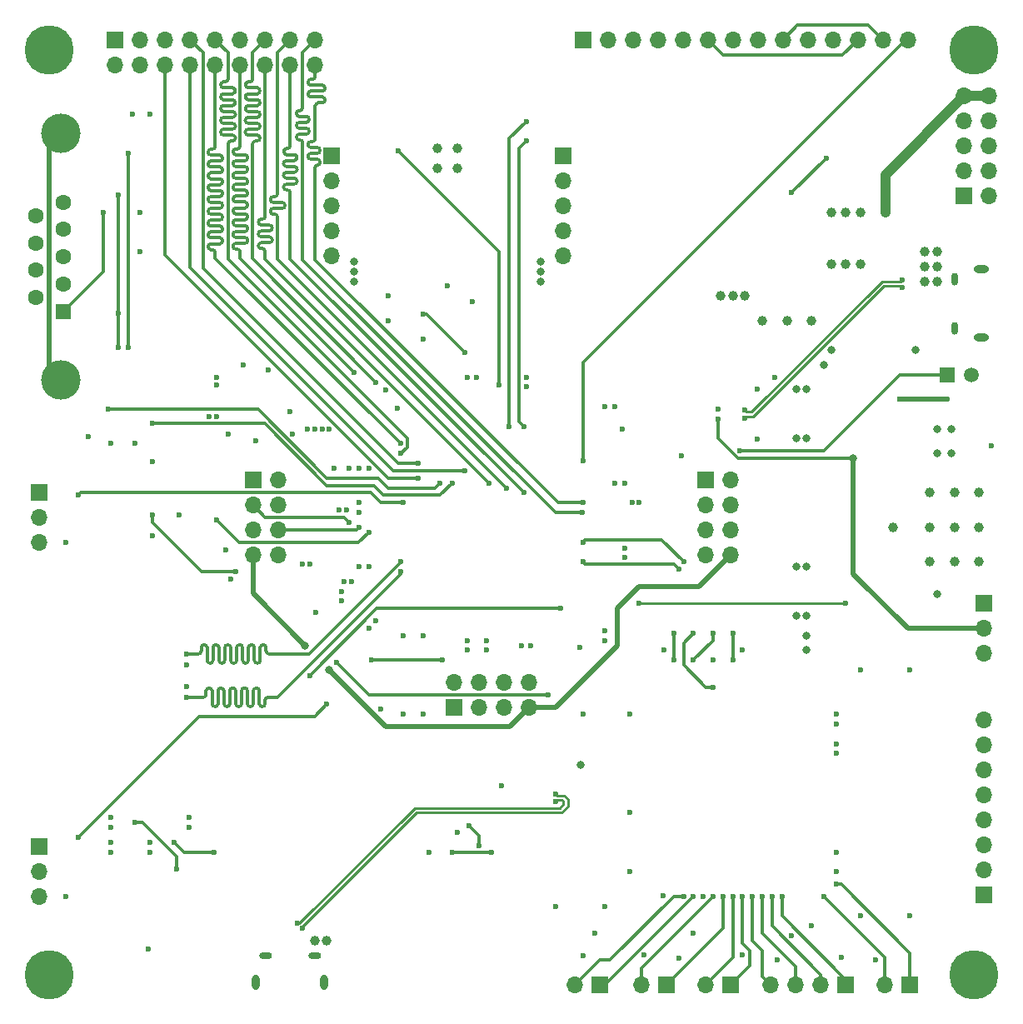
<source format=gbr>
%TF.GenerationSoftware,KiCad,Pcbnew,(6.0.0)*%
%TF.CreationDate,2022-01-12T18:34:34+03:00*%
%TF.ProjectId,UnderControl_V6,556e6465-7243-46f6-9e74-726f6c5f5636,1.6*%
%TF.SameCoordinates,Original*%
%TF.FileFunction,Copper,L4,Bot*%
%TF.FilePolarity,Positive*%
%FSLAX46Y46*%
G04 Gerber Fmt 4.6, Leading zero omitted, Abs format (unit mm)*
G04 Created by KiCad (PCBNEW (6.0.0)) date 2022-01-12 18:34:34*
%MOMM*%
%LPD*%
G01*
G04 APERTURE LIST*
%TA.AperFunction,ComponentPad*%
%ADD10O,1.700000X1.700000*%
%TD*%
%TA.AperFunction,ComponentPad*%
%ADD11R,1.700000X1.700000*%
%TD*%
%TA.AperFunction,ComponentPad*%
%ADD12C,1.600000*%
%TD*%
%TA.AperFunction,ComponentPad*%
%ADD13R,1.600000X1.600000*%
%TD*%
%TA.AperFunction,ComponentPad*%
%ADD14C,4.000000*%
%TD*%
%TA.AperFunction,ComponentPad*%
%ADD15O,0.650000X1.300000*%
%TD*%
%TA.AperFunction,ComponentPad*%
%ADD16O,1.550000X0.775000*%
%TD*%
%TA.AperFunction,ComponentPad*%
%ADD17C,0.800000*%
%TD*%
%TA.AperFunction,ComponentPad*%
%ADD18C,5.000000*%
%TD*%
%TA.AperFunction,ComponentPad*%
%ADD19O,1.300000X0.650000*%
%TD*%
%TA.AperFunction,ComponentPad*%
%ADD20O,0.775000X1.550000*%
%TD*%
%TA.AperFunction,ComponentPad*%
%ADD21R,1.508000X1.508000*%
%TD*%
%TA.AperFunction,ComponentPad*%
%ADD22C,1.508000*%
%TD*%
%TA.AperFunction,ViaPad*%
%ADD23C,0.600000*%
%TD*%
%TA.AperFunction,ViaPad*%
%ADD24C,0.800000*%
%TD*%
%TA.AperFunction,ViaPad*%
%ADD25C,1.000000*%
%TD*%
%TA.AperFunction,Conductor*%
%ADD26C,0.293370*%
%TD*%
%TA.AperFunction,Conductor*%
%ADD27C,0.500000*%
%TD*%
%TA.AperFunction,Conductor*%
%ADD28C,0.300000*%
%TD*%
%TA.AperFunction,Conductor*%
%ADD29C,1.000000*%
%TD*%
%TA.AperFunction,Conductor*%
%ADD30C,0.261110*%
%TD*%
G04 APERTURE END LIST*
D10*
%TO.P,J27,8,Pin_8*%
%TO.N,GND*%
X103320000Y-119735000D03*
%TO.P,J27,7,Pin_7*%
%TO.N,+5V*%
X103320000Y-122275000D03*
%TO.P,J27,6,Pin_6*%
%TO.N,PE11*%
X100780000Y-119735000D03*
%TO.P,J27,5,Pin_5*%
%TO.N,+3V3*%
X100780000Y-122275000D03*
%TO.P,J27,4,Pin_4*%
%TO.N,PE7*%
X98240000Y-119735000D03*
%TO.P,J27,3,Pin_3*%
%TO.N,PE8*%
X98240000Y-122275000D03*
%TO.P,J27,2,Pin_2*%
%TO.N,PG0*%
X95700000Y-119735000D03*
D11*
%TO.P,J27,1,Pin_1*%
%TO.N,PG1*%
X95700000Y-122275000D03*
%TD*%
D10*
%TO.P,J26,8,Pin_8*%
%TO.N,+5V*%
X123765000Y-106820000D03*
%TO.P,J26,7,Pin_7*%
%TO.N,GND*%
X121225000Y-106820000D03*
%TO.P,J26,6,Pin_6*%
%TO.N,+3V3*%
X123765000Y-104280000D03*
%TO.P,J26,5,Pin_5*%
%TO.N,PG2*%
X121225000Y-104280000D03*
%TO.P,J26,4,Pin_4*%
%TO.N,PG3*%
X123765000Y-101740000D03*
%TO.P,J26,3,Pin_3*%
%TO.N,PG4*%
X121225000Y-101740000D03*
%TO.P,J26,2,Pin_2*%
%TO.N,PG5*%
X123765000Y-99200000D03*
D11*
%TO.P,J26,1,Pin_1*%
%TO.N,PC9*%
X121225000Y-99200000D03*
%TD*%
D10*
%TO.P,J25,8,Pin_8*%
%TO.N,GND*%
X77765000Y-106820000D03*
%TO.P,J25,7,Pin_7*%
%TO.N,+5V*%
X75225000Y-106820000D03*
%TO.P,J25,6,Pin_6*%
%TO.N,PF8*%
X77765000Y-104280000D03*
%TO.P,J25,5,Pin_5*%
%TO.N,+3V3*%
X75225000Y-104280000D03*
%TO.P,J25,4,Pin_4*%
%TO.N,PF4*%
X77765000Y-101740000D03*
%TO.P,J25,3,Pin_3*%
%TO.N,PF7*%
X75225000Y-101740000D03*
%TO.P,J25,2,Pin_2*%
%TO.N,PF2*%
X77765000Y-99200000D03*
D11*
%TO.P,J25,1,Pin_1*%
%TO.N,PF3*%
X75225000Y-99200000D03*
%TD*%
D10*
%TO.P,J24,3,C*%
%TO.N,GND*%
X53500000Y-141555000D03*
%TO.P,J24,2,B*%
%TO.N,/BOOT_GPIO/BOOT1_L*%
X53500000Y-139015000D03*
D11*
%TO.P,J24,1,A*%
%TO.N,+3V3*%
X53500000Y-136475000D03*
%TD*%
%TO.P,J23,1,A*%
%TO.N,+3V3*%
X53500000Y-100460000D03*
D10*
%TO.P,J23,2,B*%
%TO.N,/BOOT_GPIO/BOOT0_L*%
X53500000Y-103000000D03*
%TO.P,J23,3,C*%
%TO.N,GND*%
X53500000Y-105540000D03*
%TD*%
%TO.P,J10,2,Pin_2*%
%TO.N,/SIM_ADC_P1*%
X139460000Y-150500000D03*
D11*
%TO.P,J10,1,Pin_1*%
%TO.N,/SIM_ADC_P0*%
X142000000Y-150500000D03*
%TD*%
D10*
%TO.P,J12,3,Pin_3*%
%TO.N,GND*%
X149500000Y-116830000D03*
%TO.P,J12,2,Pin_2*%
%TO.N,+5V*%
X149500000Y-114290000D03*
D11*
%TO.P,J12,1,Pin_1*%
%TO.N,RF_Data*%
X149500000Y-111750000D03*
%TD*%
D10*
%TO.P,J13,5,Pin_5*%
%TO.N,Net-(J13-Pad5)*%
X106750000Y-76410000D03*
%TO.P,J13,4,Pin_4*%
%TO.N,Net-(J13-Pad4)*%
X106750000Y-73870000D03*
%TO.P,J13,3,Pin_3*%
%TO.N,Net-(J13-Pad3)*%
X106750000Y-71330000D03*
%TO.P,J13,2,Pin_2*%
%TO.N,Net-(J13-Pad2)*%
X106750000Y-68790000D03*
D11*
%TO.P,J13,1,Pin_1*%
%TO.N,Net-(J13-Pad1)*%
X106750000Y-66250000D03*
%TD*%
D12*
%TO.P,J15,9,9*%
%TO.N,unconnected-(J15-Pad9)*%
X53145000Y-72355000D03*
%TO.P,J15,8,8*%
%TO.N,unconnected-(J15-Pad8)*%
X53145000Y-75125000D03*
%TO.P,J15,7,7*%
%TO.N,OBD1_CANH*%
X53145000Y-77895000D03*
%TO.P,J15,6,6*%
%TO.N,unconnected-(J15-Pad6)*%
X53145000Y-80665000D03*
%TO.P,J15,5,5*%
%TO.N,OBD2_CANL*%
X55985000Y-70970000D03*
%TO.P,J15,4,4*%
%TO.N,unconnected-(J15-Pad4)*%
X55985000Y-73740000D03*
%TO.P,J15,3,3*%
%TO.N,OBD1_GND*%
X55985000Y-76510000D03*
%TO.P,J15,2,2*%
%TO.N,OBD1_CANL*%
X55985000Y-79280000D03*
D13*
%TO.P,J15,1,1*%
%TO.N,OBD2_GND*%
X55985000Y-82050000D03*
D14*
%TO.P,J15,0,PAD*%
%TO.N,unconnected-(J15-Pad0)*%
X55685000Y-89010000D03*
X55685000Y-64010000D03*
%TD*%
D10*
%TO.P,J16,18,Pin_18*%
%TO.N,DCMI_PWD*%
X81570000Y-57000000D03*
%TO.P,J16,17,Pin_17*%
%TO.N,DCMI_RST*%
X81570000Y-54460000D03*
%TO.P,J16,16,Pin_16*%
%TO.N,DCMI_D0*%
X79030000Y-57000000D03*
%TO.P,J16,15,Pin_15*%
%TO.N,DCMI_D1*%
X79030000Y-54460000D03*
%TO.P,J16,14,Pin_14*%
%TO.N,DCMI_D2*%
X76490000Y-57000000D03*
%TO.P,J16,13,Pin_13*%
%TO.N,DCMI_D3*%
X76490000Y-54460000D03*
%TO.P,J16,12,Pin_12*%
%TO.N,DCMI_D4*%
X73950000Y-57000000D03*
%TO.P,J16,11,Pin_11*%
%TO.N,DCMI_D5*%
X73950000Y-54460000D03*
%TO.P,J16,10,Pin_10*%
%TO.N,DCMI_D6*%
X71410000Y-57000000D03*
%TO.P,J16,9,Pin_9*%
%TO.N,DCMI_D7*%
X71410000Y-54460000D03*
%TO.P,J16,8,Pin_8*%
%TO.N,DCMI_XCLK*%
X68870000Y-57000000D03*
%TO.P,J16,7,Pin_7*%
%TO.N,DCMI_PCLK*%
X68870000Y-54460000D03*
%TO.P,J16,6,Pin_6*%
%TO.N,DCMI_HS*%
X66330000Y-57000000D03*
%TO.P,J16,5,Pin_5*%
%TO.N,DCMI_VS*%
X66330000Y-54460000D03*
%TO.P,J16,4,Pin_4*%
%TO.N,DCMI_SDA*%
X63790000Y-57000000D03*
%TO.P,J16,3,Pin_3*%
%TO.N,DCMI_SCL*%
X63790000Y-54460000D03*
%TO.P,J16,2,Pin_2*%
%TO.N,GND*%
X61250000Y-57000000D03*
D11*
%TO.P,J16,1,Pin_1*%
%TO.N,+3V3*%
X61250000Y-54460000D03*
%TD*%
D10*
%TO.P,J17,14,Pin_14*%
%TO.N,Touch_INT*%
X141770000Y-54460000D03*
%TO.P,J17,13,Pin_13*%
%TO.N,SPI3_MISO*%
X139230000Y-54460000D03*
%TO.P,J17,12,Pin_12*%
%TO.N,SPI3_MOSI*%
X136690000Y-54460000D03*
%TO.P,J17,11,Pin_11*%
%TO.N,SPI3_CS_Touch*%
X134150000Y-54460000D03*
%TO.P,J17,10,Pin_10*%
%TO.N,SPI3_SCK*%
X131610000Y-54460000D03*
%TO.P,J17,9,Pin_9*%
%TO.N,SPI3_MISO*%
X129070000Y-54460000D03*
%TO.P,J17,8,Pin_8*%
%TO.N,+3V3*%
X126530000Y-54460000D03*
%TO.P,J17,7,Pin_7*%
%TO.N,SPI3_SCK*%
X123990000Y-54460000D03*
%TO.P,J17,6,Pin_6*%
%TO.N,SPI3_MOSI*%
X121450000Y-54460000D03*
%TO.P,J17,5,Pin_5*%
%TO.N,LCD_DC*%
X118910000Y-54460000D03*
%TO.P,J17,4,Pin_4*%
%TO.N,LCD_RST*%
X116370000Y-54460000D03*
%TO.P,J17,3,Pin_3*%
%TO.N,SPI3_CS_LCD*%
X113830000Y-54460000D03*
%TO.P,J17,2,Pin_2*%
%TO.N,GND*%
X111290000Y-54460000D03*
D11*
%TO.P,J17,1,Pin_1*%
%TO.N,+3V3*%
X108750000Y-54460000D03*
%TD*%
%TO.P,J11,1,Pin_1*%
%TO.N,Net-(J11-Pad1)*%
X83250000Y-66250000D03*
D10*
%TO.P,J11,2,Pin_2*%
%TO.N,Net-(J11-Pad2)*%
X83250000Y-68790000D03*
%TO.P,J11,3,Pin_3*%
%TO.N,Net-(J11-Pad3)*%
X83250000Y-71330000D03*
%TO.P,J11,4,Pin_4*%
%TO.N,Net-(J11-Pad4)*%
X83250000Y-73870000D03*
%TO.P,J11,5,Pin_5*%
%TO.N,Net-(J11-Pad5)*%
X83250000Y-76410000D03*
%TD*%
D11*
%TO.P,J3,1,Pin_1*%
%TO.N,/SIM_PCM_P1*%
X135500000Y-150500000D03*
D10*
%TO.P,J3,2,Pin_2*%
%TO.N,/SIM_PCM_P2*%
X132960000Y-150500000D03*
%TO.P,J3,3,Pin_3*%
%TO.N,/SIM_PCM_P3*%
X130420000Y-150500000D03*
%TO.P,J3,4,Pin_4*%
%TO.N,/SIM_PCM_P4*%
X127880000Y-150500000D03*
%TD*%
D11*
%TO.P,J1,1,Pin_1*%
%TO.N,/KBR3*%
X149475000Y-141375000D03*
D10*
%TO.P,J1,2,Pin_2*%
%TO.N,/KBR2*%
X149475000Y-138835000D03*
%TO.P,J1,3,Pin_3*%
%TO.N,/KBR1*%
X149475000Y-136295000D03*
%TO.P,J1,4,Pin_4*%
%TO.N,/KBR0*%
X149475000Y-133755000D03*
%TO.P,J1,5,Pin_5*%
%TO.N,/KBC3*%
X149475000Y-131215000D03*
%TO.P,J1,6,Pin_6*%
%TO.N,/KBC2*%
X149475000Y-128675000D03*
%TO.P,J1,7,Pin_7*%
%TO.N,/KBC1*%
X149475000Y-126135000D03*
%TO.P,J1,8,Pin_8*%
%TO.N,/KBC0*%
X149475000Y-123595000D03*
%TD*%
D11*
%TO.P,J4,1,Pin_1*%
%TO.N,/SIM_GPIO_P1*%
X123775000Y-150500000D03*
D10*
%TO.P,J4,2,Pin_2*%
%TO.N,/SIM_GPIO_P2*%
X121235000Y-150500000D03*
%TD*%
D11*
%TO.P,J5,1,Pin_1*%
%TO.N,/SIM_PWM_P1*%
X117275000Y-150500000D03*
D10*
%TO.P,J5,2,Pin_2*%
%TO.N,/SIM_PWM_P2*%
X114735000Y-150500000D03*
%TD*%
D11*
%TO.P,J9,1,Pin_1*%
%TO.N,unconnected-(J9-Pad1)*%
X147500000Y-70350000D03*
D10*
%TO.P,J9,2,Pin_2*%
%TO.N,/SWCLK_P*%
X150040000Y-70350000D03*
%TO.P,J9,3,Pin_3*%
%TO.N,unconnected-(J9-Pad3)*%
X147500000Y-67810000D03*
%TO.P,J9,4,Pin_4*%
%TO.N,/SWDIO_P*%
X150040000Y-67810000D03*
%TO.P,J9,5,Pin_5*%
%TO.N,GND*%
X147500000Y-65270000D03*
%TO.P,J9,6,Pin_6*%
X150040000Y-65270000D03*
%TO.P,J9,7,Pin_7*%
%TO.N,+3V3*%
X147500000Y-62730000D03*
%TO.P,J9,8,Pin_8*%
X150040000Y-62730000D03*
%TO.P,J9,9,Pin_9*%
%TO.N,+5V*%
X147500000Y-60190000D03*
%TO.P,J9,10,Pin_10*%
X150040000Y-60190000D03*
%TD*%
D15*
%TO.P,J8,S1,S1*%
%TO.N,unconnected-(J8-PadS1)*%
X146550000Y-83750000D03*
%TO.P,J8,S2,S2*%
%TO.N,unconnected-(J8-PadS2)*%
X146550000Y-78750000D03*
D16*
%TO.P,J8,S3,S3*%
%TO.N,unconnected-(J8-PadS3)*%
X149250000Y-84750000D03*
%TO.P,J8,S6,S6*%
%TO.N,unconnected-(J8-PadS6)*%
X149250000Y-77750000D03*
%TD*%
D17*
%TO.P,H1,1,1*%
%TO.N,GND*%
X147174175Y-148174175D03*
X148500000Y-147625000D03*
X150375000Y-149500000D03*
X147174175Y-150825825D03*
X149825825Y-150825825D03*
D18*
X148500000Y-149500000D03*
D17*
X148500000Y-151375000D03*
X149825825Y-148174175D03*
X146625000Y-149500000D03*
%TD*%
D11*
%TO.P,J6,1,Pin_1*%
%TO.N,/SIM_I2C_P1*%
X110500000Y-150500000D03*
D10*
%TO.P,J6,2,Pin_2*%
%TO.N,/SIM_I2C_P2*%
X107960000Y-150500000D03*
%TD*%
D17*
%TO.P,H3,1,1*%
%TO.N,GND*%
X54500000Y-151375000D03*
X52625000Y-149500000D03*
X54500000Y-147625000D03*
X56375000Y-149500000D03*
X53174175Y-148174175D03*
X55825825Y-150825825D03*
X53174175Y-150825825D03*
X55825825Y-148174175D03*
D18*
X54500000Y-149500000D03*
%TD*%
D17*
%TO.P,H4,1,1*%
%TO.N,GND*%
X54500000Y-53625000D03*
X53174175Y-54174175D03*
X53174175Y-56825825D03*
X56375000Y-55500000D03*
D18*
X54500000Y-55500000D03*
D17*
X55825825Y-56825825D03*
X52625000Y-55500000D03*
X54500000Y-57375000D03*
X55825825Y-54174175D03*
%TD*%
D19*
%TO.P,J7,S1,S1*%
%TO.N,unconnected-(J7-PadS1)*%
X76500000Y-147550000D03*
%TO.P,J7,S2,S2*%
%TO.N,unconnected-(J7-PadS2)*%
X81500000Y-147550000D03*
D20*
%TO.P,J7,S3,S3*%
%TO.N,unconnected-(J7-PadS3)*%
X75500000Y-150250000D03*
%TO.P,J7,S6,S6*%
%TO.N,unconnected-(J7-PadS6)*%
X82500000Y-150250000D03*
%TD*%
D21*
%TO.P,J2,1,Pin_1*%
%TO.N,+BATT*%
X145750000Y-88500000D03*
D22*
%TO.P,J2,2,Pin_2*%
%TO.N,GND*%
X148250000Y-88500000D03*
%TD*%
D17*
%TO.P,H2,1,1*%
%TO.N,GND*%
X150375000Y-55500000D03*
X148500000Y-53625000D03*
X149825825Y-56825825D03*
D18*
X148500000Y-55500000D03*
D17*
X149825825Y-54174175D03*
X148500000Y-57375000D03*
X146625000Y-55500000D03*
X147174175Y-56825825D03*
X147174175Y-54174175D03*
%TD*%
D23*
%TO.N,SPI2_MOSI*%
X68500000Y-121275000D03*
%TO.N,+3V3*%
X68500000Y-120175000D03*
%TO.N,GND*%
X68500000Y-117975000D03*
%TO.N,SPI2_MISO*%
X68500000Y-116875000D03*
%TO.N,GND*%
X117000000Y-116500000D03*
%TO.N,SIM_RXM*%
X118000000Y-114750000D03*
X118000000Y-117500000D03*
%TO.N,GND*%
X56212500Y-141500000D03*
X56212500Y-105500000D03*
%TO.N,/SIM_ADC_P0*%
X134500000Y-140250000D03*
%TO.N,/SIM_ADC_P1*%
X133250000Y-141500000D03*
%TO.N,/SIM_PCM_P1*%
X129000000Y-141500000D03*
%TO.N,/SIM_PCM_P2*%
X128000000Y-141500000D03*
%TO.N,/SIM_PCM_P3*%
X127000000Y-141500000D03*
%TO.N,/SIM_PCM_P4*%
X126000000Y-141500000D03*
%TO.N,/SIM_GPIO_P1*%
X125000000Y-141500000D03*
%TO.N,/SIM_GPIO_P2*%
X124000000Y-141500000D03*
%TO.N,/SIM_PWM_P1*%
X123000000Y-141500000D03*
%TO.N,/SIM_PWM_P2*%
X122000000Y-141500000D03*
%TO.N,/SIM_I2C_P1*%
X120000000Y-141500000D03*
%TO.N,/SIM_I2C_P2*%
X119000000Y-141500000D03*
%TO.N,+3V3*%
X138500000Y-148000000D03*
X128500000Y-148000000D03*
X118500000Y-147750000D03*
%TO.N,GND*%
X135000000Y-147700000D03*
X125000000Y-147450000D03*
X115000000Y-147450000D03*
X120000000Y-145250000D03*
X130000000Y-145500000D03*
X110000000Y-145250000D03*
D24*
X108500000Y-128120000D03*
X142600000Y-86000000D03*
D25*
%TO.N,+5V*%
X139500000Y-72000000D03*
D23*
X122500000Y-93000000D03*
D24*
X80500000Y-116000000D03*
X83000000Y-118500000D03*
D23*
X145750000Y-91000000D03*
D24*
X136250000Y-97000000D03*
D23*
X141000000Y-91000000D03*
%TO.N,GND*%
X89000000Y-80500000D03*
D25*
X146520000Y-100480000D03*
X140250000Y-104000000D03*
X144750000Y-76000000D03*
D23*
X137000000Y-143500000D03*
D24*
X131500000Y-113000000D03*
D23*
X64750000Y-137000000D03*
D25*
X144750000Y-79000000D03*
D23*
X142000000Y-143500000D03*
X116915734Y-141415734D03*
X113500000Y-133000000D03*
X134500000Y-126000000D03*
X122000000Y-117500000D03*
X74250000Y-87500000D03*
X71500000Y-92750000D03*
X63775000Y-76000000D03*
X85250000Y-109480000D03*
X114500000Y-101500000D03*
X121000000Y-141500000D03*
D24*
X104500000Y-78000000D03*
D23*
X79000000Y-92250000D03*
D25*
X143500000Y-79000000D03*
D24*
X130500000Y-108000000D03*
D23*
X60750000Y-137000000D03*
X137000000Y-118500000D03*
X93095000Y-137000000D03*
D25*
X96000000Y-65500000D03*
D23*
X100520000Y-130250000D03*
X80750000Y-94000000D03*
X63775000Y-72000000D03*
D25*
X144020000Y-107480000D03*
X125250000Y-80500000D03*
D23*
X64750000Y-136000000D03*
D25*
X135500000Y-77250000D03*
D23*
X134500000Y-139000000D03*
X81000000Y-107750000D03*
D25*
X144020000Y-100480000D03*
D23*
X111980000Y-91750000D03*
D24*
X146250000Y-96500000D03*
D23*
X84500000Y-109480000D03*
D24*
X131500000Y-95000000D03*
D23*
X68750000Y-133500000D03*
D25*
X144020000Y-103980000D03*
D24*
X144750000Y-94000000D03*
X146250000Y-94000000D03*
D23*
X60750000Y-134500000D03*
D25*
X143500000Y-77500000D03*
D23*
X113500000Y-123000000D03*
X108480000Y-116250000D03*
X126500000Y-95049500D03*
X88250000Y-122500000D03*
D24*
X133250000Y-87500000D03*
X144750000Y-110750000D03*
X144750000Y-96500000D03*
D25*
X137000000Y-77250000D03*
D23*
X68750000Y-134500000D03*
D25*
X146520000Y-103980000D03*
D23*
X142000000Y-118500000D03*
X134500000Y-123000000D03*
D25*
X143500000Y-76000000D03*
D23*
X58525000Y-94750000D03*
X97980000Y-88750000D03*
X134500000Y-127000000D03*
X118750000Y-96750000D03*
X60775000Y-95500000D03*
X113750000Y-101500000D03*
X84250000Y-110500000D03*
D24*
X131500000Y-116500000D03*
D23*
X108750000Y-123000000D03*
X125000000Y-116500000D03*
X70750000Y-92750000D03*
D25*
X149020000Y-100480000D03*
D23*
X73000000Y-109250000D03*
X134500000Y-137000000D03*
X87000000Y-114250000D03*
X72750000Y-94500000D03*
X112750000Y-94000000D03*
X60750000Y-133500000D03*
D25*
X146520000Y-107480000D03*
D23*
X97000000Y-116500000D03*
D24*
X130500000Y-95000000D03*
D25*
X134000000Y-77250000D03*
D23*
X83000000Y-94000000D03*
D25*
X81500000Y-146000000D03*
D23*
X88750000Y-90020000D03*
X132000000Y-144500000D03*
D24*
X130500000Y-90000000D03*
D23*
X84750000Y-102250000D03*
X80250000Y-107750000D03*
X60750000Y-136000000D03*
X97000000Y-115500000D03*
D24*
X131500000Y-108000000D03*
D25*
X94000000Y-67500000D03*
D23*
X122500000Y-92000000D03*
X90500000Y-115000000D03*
X87750000Y-113480000D03*
X84000000Y-102250000D03*
X92500000Y-123000000D03*
X111000000Y-115500000D03*
X113500000Y-139000000D03*
D24*
X104500000Y-79000000D03*
D23*
X81500000Y-94000000D03*
X82250000Y-94000000D03*
D24*
X104500000Y-77000000D03*
X130500000Y-113000000D03*
X131500000Y-90000000D03*
D25*
X149020000Y-103980000D03*
D23*
X96000000Y-135000000D03*
X97500000Y-81095000D03*
X67750000Y-102750000D03*
X134500000Y-124000000D03*
X150250000Y-95750000D03*
X65000000Y-104850000D03*
D25*
X94000000Y-65500000D03*
D23*
X72450000Y-106300000D03*
X111000000Y-142500000D03*
D25*
X96000000Y-67500000D03*
X122750000Y-80500000D03*
X144750000Y-77500000D03*
X149020000Y-107480000D03*
D23*
X64595000Y-146845000D03*
X86000000Y-101500000D03*
X106000000Y-142500000D03*
X84250000Y-111500000D03*
D24*
X131500000Y-115000000D03*
D23*
X65000000Y-97350000D03*
X126500000Y-89970500D03*
D24*
X134000000Y-86000000D03*
D23*
X103000000Y-89750000D03*
D25*
X82750000Y-146000000D03*
D23*
X113000000Y-107055000D03*
D25*
X124000000Y-80500000D03*
D23*
X102520000Y-116000000D03*
%TO.N,+3V3*%
X85000000Y-98000000D03*
X103000000Y-88750000D03*
X81603426Y-112651048D03*
D25*
X135500000Y-72000000D03*
D23*
X71500000Y-89500000D03*
X71500000Y-88750000D03*
X63000000Y-62000000D03*
X92500000Y-84905000D03*
X99000000Y-116500000D03*
X63275000Y-95500000D03*
X87000000Y-108000000D03*
X64750000Y-62000000D03*
X87000000Y-98000000D03*
X97020000Y-88750000D03*
X111020000Y-91750000D03*
X79250000Y-94500000D03*
X111000000Y-114520000D03*
X103480000Y-116000000D03*
X113000000Y-106095000D03*
X90500000Y-123000000D03*
X86000000Y-102500000D03*
D24*
X85500000Y-79000000D03*
D23*
X108750000Y-147500000D03*
X86000000Y-108000000D03*
D25*
X134000000Y-72000000D03*
D23*
X95000000Y-79500000D03*
D25*
X127000000Y-83000000D03*
D23*
X89000000Y-83000000D03*
D24*
X85500000Y-78000000D03*
D23*
X86000000Y-98000000D03*
X128250000Y-88750000D03*
D25*
X129500000Y-83000000D03*
D24*
X85500000Y-77000000D03*
D23*
X75500000Y-95250000D03*
D25*
X132000000Y-83000000D03*
D23*
X83500000Y-98000000D03*
X92500000Y-115000000D03*
X113000000Y-99500000D03*
X99000000Y-115500000D03*
X89900000Y-91900000D03*
X112000000Y-99500000D03*
X76750000Y-88000000D03*
D25*
X137000000Y-72000000D03*
D23*
%TO.N,NRST*%
X73500000Y-108500000D03*
X65000000Y-102750000D03*
%TO.N,/SIM_RST_Pro*%
X95500000Y-137000000D03*
X99500000Y-137000000D03*
%TO.N,Left*%
X67250000Y-136000000D03*
X71250000Y-137000000D03*
%TO.N,MIC1P*%
X63250000Y-134000000D03*
X67500000Y-138750000D03*
%TO.N,+BATT*%
X124750000Y-96250000D03*
%TO.N,SIM_USB_D-*%
X106000000Y-131901600D03*
X79716025Y-144216025D03*
%TO.N,SIM_USB_D+*%
X106000000Y-131098400D03*
X80283975Y-144783975D03*
%TO.N,USB_CONN_D-*%
X125201100Y-92901600D03*
X141250000Y-79651600D03*
%TO.N,USB_CONN_D+*%
X141250000Y-78848400D03*
X125201100Y-92098400D03*
%TO.N,SPI2_MOSI*%
X90250000Y-108500000D03*
%TO.N,SPI2_SCK*%
X81000000Y-119075000D03*
X106500000Y-112250000D03*
%TO.N,SPI2_MISO*%
X90250000Y-107500000D03*
%TO.N,OBD2_GND*%
X60025000Y-72000000D03*
%TO.N,DCMI_HS*%
X92000000Y-99000000D03*
%TO.N,DCMI_PCLK*%
X92000000Y-97500000D03*
%TO.N,DCMI_XCLK*%
X96750000Y-98250000D03*
%TO.N,DCMI_D7*%
X90250000Y-96500000D03*
%TO.N,DCMI_D6*%
X90250000Y-95500000D03*
%TO.N,DCMI_D4*%
X85500000Y-88250000D03*
%TO.N,DCMI_D3*%
X87750000Y-89250000D03*
%TO.N,DCMI_D2*%
X99250000Y-99500000D03*
%TO.N,DCMI_D1*%
X101000000Y-100000000D03*
%TO.N,DCMI_D0*%
X102750000Y-100500000D03*
%TO.N,DCMI_RST*%
X108733694Y-102500000D03*
%TO.N,DCMI_PWD*%
X108750000Y-101500000D03*
%TO.N,SPI1_SCK*%
X92500000Y-82365000D03*
X96750000Y-86250000D03*
%TO.N,/SIM_DATA_Pro*%
X98175000Y-136325000D03*
X97150000Y-134350000D03*
%TO.N,CAN_H*%
X61525000Y-70250000D03*
X61525000Y-85750000D03*
X61525000Y-82250000D03*
%TO.N,CAN_L*%
X62525000Y-85750000D03*
X62525000Y-66000000D03*
%TO.N,PWRKEY*%
X83750000Y-117750000D03*
X105250000Y-121000000D03*
%TO.N,SWDIO*%
X130000000Y-70000000D03*
X133500000Y-66500000D03*
%TO.N,BOOT0*%
X90500000Y-101500000D03*
X57500000Y-100750000D03*
%TO.N,SIM_RTSM*%
X120000000Y-117500000D03*
X122000000Y-114750000D03*
%TO.N,SIM_DTR*%
X119000000Y-107500000D03*
X108750000Y-105500000D03*
%TO.N,SIM_DTRM*%
X124000000Y-117500000D03*
X124000000Y-114750000D03*
%TO.N,SIM_DCDM*%
X122000000Y-120250000D03*
X120000000Y-114750000D03*
%TO.N,SIM_INT*%
X108750000Y-107500000D03*
X118500000Y-108250000D03*
%TO.N,WIFI_EN*%
X90000000Y-65750000D03*
X100250000Y-89500000D03*
%TO.N,WIFI_TX*%
X102750000Y-93750000D03*
X103000000Y-64750000D03*
%TO.N,WIFI_RX*%
X101250000Y-93750000D03*
X103000000Y-62750000D03*
%TO.N,RF_Data*%
X135500000Y-111750000D03*
X114500000Y-111750000D03*
%TO.N,Gyro_INT*%
X87000000Y-104500000D03*
X71500000Y-103250000D03*
%TO.N,Touch_INT*%
X108750000Y-97250000D03*
%TO.N,PF8*%
X86000000Y-104000000D03*
%TO.N,PF7*%
X85000000Y-103500000D03*
%TO.N,BOOT1*%
X82750000Y-122000000D03*
X94500000Y-117500000D03*
X87250000Y-117500000D03*
X57500000Y-135500000D03*
%TO.N,CAN_TX*%
X60525000Y-92000000D03*
X94250000Y-99500000D03*
%TO.N,CAN_RX*%
X65025000Y-93470000D03*
X95500000Y-99500000D03*
%TD*%
D26*
%TO.N,RF_Data*%
X135500000Y-111750000D02*
X114500000Y-111750000D01*
D27*
%TO.N,+5V*%
X112250000Y-112250000D02*
X112250000Y-116000000D01*
X114500000Y-110000000D02*
X112250000Y-112250000D01*
X112250000Y-116000000D02*
X105975000Y-122275000D01*
X120585000Y-110000000D02*
X114500000Y-110000000D01*
X123765000Y-106820000D02*
X120585000Y-110000000D01*
X105975000Y-122275000D02*
X103320000Y-122275000D01*
D28*
%TO.N,BOOT0*%
X87225000Y-100475000D02*
X57775000Y-100475000D01*
X88250000Y-101500000D02*
X87225000Y-100475000D01*
X57775000Y-100475000D02*
X57500000Y-100750000D01*
X90500000Y-101500000D02*
X88250000Y-101500000D01*
%TO.N,SPI2_MISO*%
X69675000Y-116875000D02*
X68500000Y-116875000D01*
%TO.N,SPI2_MOSI*%
X70175000Y-121275000D02*
X68500000Y-121275000D01*
%TO.N,SIM_DCDM*%
X119000000Y-118000000D02*
X121250000Y-120250000D01*
X119000000Y-115750000D02*
X119000000Y-118000000D01*
X121250000Y-120250000D02*
X122000000Y-120250000D01*
X120000000Y-114750000D02*
X119000000Y-115750000D01*
%TO.N,SIM_RXM*%
X118000000Y-114750000D02*
X118000000Y-117500000D01*
%TO.N,BOOT1*%
X69750000Y-123250000D02*
X57500000Y-135500000D01*
X81500000Y-123250000D02*
X69750000Y-123250000D01*
X82750000Y-122000000D02*
X81500000Y-123250000D01*
%TO.N,/SIM_ADC_P0*%
X142000000Y-147250000D02*
X142000000Y-150500000D01*
X135000000Y-140250000D02*
X142000000Y-147250000D01*
X134500000Y-140250000D02*
X135000000Y-140250000D01*
%TO.N,/SIM_ADC_P1*%
X139460000Y-147710000D02*
X139460000Y-150500000D01*
X133250000Y-141500000D02*
X139460000Y-147710000D01*
%TO.N,/SIM_I2C_P2*%
X110460000Y-148000000D02*
X107960000Y-150500000D01*
X111500000Y-148000000D02*
X110460000Y-148000000D01*
X118000000Y-141500000D02*
X111500000Y-148000000D01*
X119000000Y-141500000D02*
X118000000Y-141500000D01*
%TO.N,/SIM_PCM_P4*%
X127000000Y-147000000D02*
X127000000Y-149620000D01*
X127000000Y-149620000D02*
X127880000Y-150500000D01*
X126000000Y-146000000D02*
X127000000Y-147000000D01*
X126000000Y-141500000D02*
X126000000Y-146000000D01*
%TO.N,/SIM_PCM_P2*%
X132960000Y-149460000D02*
X132960000Y-150500000D01*
X128000000Y-144500000D02*
X132960000Y-149460000D01*
X128000000Y-141500000D02*
X128000000Y-144500000D01*
%TO.N,/SIM_PCM_P1*%
X129000000Y-143500000D02*
X135500000Y-150000000D01*
X135500000Y-150000000D02*
X135500000Y-150500000D01*
X129000000Y-141500000D02*
X129000000Y-143500000D01*
%TO.N,/SIM_PCM_P3*%
X130420000Y-148670000D02*
X130420000Y-150500000D01*
X127000000Y-145250000D02*
X130420000Y-148670000D01*
X127000000Y-141500000D02*
X127000000Y-145250000D01*
%TO.N,/SIM_GPIO_P1*%
X125750000Y-148525000D02*
X123775000Y-150500000D01*
X125750000Y-147000000D02*
X125750000Y-148525000D01*
X125000000Y-146250000D02*
X125750000Y-147000000D01*
X125000000Y-141500000D02*
X125000000Y-146250000D01*
%TO.N,/SIM_GPIO_P2*%
X124000000Y-147735000D02*
X121235000Y-150500000D01*
X124000000Y-141500000D02*
X124000000Y-147735000D01*
%TO.N,/SIM_PWM_P1*%
X123000000Y-144775000D02*
X117275000Y-150500000D01*
X123000000Y-141500000D02*
X123000000Y-144775000D01*
%TO.N,/SIM_PWM_P2*%
X122000000Y-141500000D02*
X114735000Y-148765000D01*
X114735000Y-148765000D02*
X114735000Y-150500000D01*
%TO.N,/SIM_I2C_P1*%
X111000000Y-150500000D02*
X110500000Y-150500000D01*
X120000000Y-141500000D02*
X111000000Y-150500000D01*
D27*
%TO.N,+5V*%
X75225000Y-110725000D02*
X80500000Y-116000000D01*
X101345000Y-124250000D02*
X103320000Y-122275000D01*
X83000000Y-118500000D02*
X88750000Y-124250000D01*
D29*
X139500000Y-68190000D02*
X147500000Y-60190000D01*
D27*
X75225000Y-106820000D02*
X75225000Y-110725000D01*
X141000000Y-91000000D02*
X145750000Y-91000000D01*
X149500000Y-114290000D02*
X141790000Y-114290000D01*
D28*
X122500000Y-93000000D02*
X122500000Y-95000000D01*
X124500000Y-97000000D02*
X136250000Y-97000000D01*
D29*
X147500000Y-60190000D02*
X150040000Y-60190000D01*
D27*
X141790000Y-114290000D02*
X136500000Y-109000000D01*
D28*
X122500000Y-95000000D02*
X124500000Y-97000000D01*
D27*
X88750000Y-124250000D02*
X101345000Y-124250000D01*
X136500000Y-109000000D02*
X136250000Y-108750000D01*
D29*
X139500000Y-72000000D02*
X139500000Y-68190000D01*
D27*
X136250000Y-108750000D02*
X136250000Y-97000000D01*
D28*
%TO.N,NRST*%
X65000000Y-102750000D02*
X65000000Y-103500000D01*
X70000000Y-108500000D02*
X73500000Y-108500000D01*
X65000000Y-103500000D02*
X70000000Y-108500000D01*
%TO.N,/SIM_RST_Pro*%
X99500000Y-137000000D02*
X95500000Y-137000000D01*
%TO.N,Left*%
X67250000Y-136000000D02*
X68250000Y-137000000D01*
X68250000Y-137000000D02*
X71250000Y-137000000D01*
%TO.N,MIC1P*%
X67500000Y-138750000D02*
X67500000Y-137500000D01*
X67500000Y-137500000D02*
X64000000Y-134000000D01*
X64000000Y-134000000D02*
X63250000Y-134000000D01*
%TO.N,+BATT*%
X133250000Y-96250000D02*
X141000000Y-88500000D01*
X124750000Y-96250000D02*
X133250000Y-96250000D01*
X141000000Y-88500000D02*
X145750000Y-88500000D01*
D30*
%TO.N,SIM_USB_D-*%
X106767845Y-131846163D02*
X106767845Y-132153837D01*
X106000000Y-131901600D02*
X106169445Y-131732155D01*
X91653838Y-132517845D02*
X79955658Y-144216025D01*
X106169445Y-131732155D02*
X106653837Y-131732155D01*
X106653837Y-131732155D02*
X106767845Y-131846163D01*
X106403837Y-132517845D02*
X91653838Y-132517845D01*
X106767845Y-132153837D02*
X106403837Y-132517845D01*
X79955658Y-144216025D02*
X79716025Y-144216025D01*
%TO.N,SIM_USB_D+*%
X106596163Y-132982155D02*
X91846162Y-132982155D01*
X107232155Y-132346163D02*
X106596163Y-132982155D01*
X106000000Y-131098400D02*
X106169445Y-131267845D01*
X80283975Y-144544342D02*
X80283975Y-144783975D01*
X91846162Y-132982155D02*
X80283975Y-144544342D01*
X106169445Y-131267845D02*
X106846163Y-131267845D01*
X106846163Y-131267845D02*
X107232155Y-131653837D01*
X107232155Y-131653837D02*
X107232155Y-132346163D01*
%TO.N,USB_CONN_D-*%
X125370545Y-92732155D02*
X126096163Y-92732155D01*
X139346163Y-79482155D02*
X141080555Y-79482155D01*
X141080555Y-79482155D02*
X141250000Y-79651600D01*
X125201100Y-92901600D02*
X125370545Y-92732155D01*
X126096163Y-92732155D02*
X139346163Y-79482155D01*
%TO.N,USB_CONN_D+*%
X139153837Y-79017845D02*
X141080555Y-79017845D01*
X125370545Y-92267845D02*
X125903837Y-92267845D01*
X125201100Y-92098400D02*
X125370545Y-92267845D01*
X141080555Y-79017845D02*
X141250000Y-78848400D01*
X125903837Y-92267845D02*
X139153837Y-79017845D01*
D28*
%TO.N,SPI2_MOSI*%
X71075000Y-121925435D02*
X71075000Y-120624565D01*
X90250000Y-108750000D02*
X77725000Y-121275000D01*
X73475000Y-121925435D02*
X73475000Y-120624565D01*
X74675000Y-121925435D02*
X74675000Y-120624565D01*
X75875000Y-121925435D02*
X75875000Y-120624565D01*
X74075000Y-120624565D02*
X74075000Y-121925435D01*
X70475000Y-120624565D02*
X70475000Y-120975000D01*
X77725000Y-121275000D02*
X76775000Y-121275000D01*
X90250000Y-108500000D02*
X90250000Y-108750000D01*
X72875000Y-120624565D02*
X72875000Y-121925435D01*
X76475000Y-121575000D02*
X76475000Y-121925435D01*
X75275000Y-120624565D02*
X75275000Y-121925435D01*
X71675000Y-120624565D02*
X71675000Y-121925435D01*
X72275000Y-121925435D02*
X72275000Y-120624565D01*
X75575000Y-120324565D02*
G75*
G02*
X75875000Y-120624565I0J-300000D01*
G01*
X73775000Y-122225435D02*
G75*
G03*
X74075000Y-121925435I0J300000D01*
G01*
X76475000Y-121575000D02*
G75*
G02*
X76775000Y-121275000I300000J0D01*
G01*
X71675000Y-120624565D02*
G75*
G02*
X71975000Y-120324565I300000J0D01*
G01*
X73475000Y-121925435D02*
G75*
G03*
X73775000Y-122225435I300000J0D01*
G01*
X75275000Y-120624565D02*
G75*
G02*
X75575000Y-120324565I300000J0D01*
G01*
X70475000Y-120624565D02*
G75*
G02*
X70775000Y-120324565I300000J0D01*
G01*
X71975000Y-120324565D02*
G75*
G02*
X72275000Y-120624565I0J-300000D01*
G01*
X73175000Y-120324565D02*
G75*
G02*
X73475000Y-120624565I0J-300000D01*
G01*
X70775000Y-120324565D02*
G75*
G02*
X71075000Y-120624565I0J-300000D01*
G01*
X75875000Y-121925435D02*
G75*
G03*
X76175000Y-122225435I300000J0D01*
G01*
X76175000Y-122225435D02*
G75*
G03*
X76475000Y-121925435I0J300000D01*
G01*
X74075000Y-120624565D02*
G75*
G02*
X74375000Y-120324565I300000J0D01*
G01*
X74375000Y-120324565D02*
G75*
G02*
X74675000Y-120624565I0J-300000D01*
G01*
X72275000Y-121925435D02*
G75*
G03*
X72575000Y-122225435I300000J0D01*
G01*
X74975000Y-122225435D02*
G75*
G03*
X75275000Y-121925435I0J300000D01*
G01*
X72875000Y-120624565D02*
G75*
G02*
X73175000Y-120324565I300000J0D01*
G01*
X71075000Y-121925435D02*
G75*
G03*
X71375000Y-122225435I300000J0D01*
G01*
X71375000Y-122225435D02*
G75*
G03*
X71675000Y-121925435I0J300000D01*
G01*
X74675000Y-121925435D02*
G75*
G03*
X74975000Y-122225435I300000J0D01*
G01*
X72575000Y-122225435D02*
G75*
G03*
X72875000Y-121925435I0J300000D01*
G01*
X70175000Y-121275000D02*
G75*
G03*
X70475000Y-120975000I0J300000D01*
G01*
%TO.N,SPI2_SCK*%
X81000000Y-119075000D02*
X87825000Y-112250000D01*
X87825000Y-112250000D02*
X106500000Y-112250000D01*
%TO.N,SPI2_MISO*%
X90250000Y-107500000D02*
X90250000Y-107581466D01*
X70575000Y-117519240D02*
X70575000Y-116230760D01*
X74775000Y-116230760D02*
X74775000Y-117519240D01*
X73575000Y-116230760D02*
X73575000Y-117519240D01*
X75375000Y-117519240D02*
X75375000Y-116230760D01*
X72975000Y-117519240D02*
X72975000Y-116230760D01*
X75975000Y-116230760D02*
X75975000Y-117519240D01*
X80956466Y-116875000D02*
X76875000Y-116875000D01*
X72375000Y-116230760D02*
X72375000Y-117519240D01*
X74175000Y-117519240D02*
X74175000Y-116230760D01*
X69975000Y-116230760D02*
X69975000Y-116575000D01*
X71775000Y-117519240D02*
X71775000Y-116230760D01*
X76575000Y-116575000D02*
X76575000Y-116230760D01*
X90250000Y-107581466D02*
X80956466Y-116875000D01*
X71175000Y-116230760D02*
X71175000Y-117519240D01*
X69675000Y-116875000D02*
G75*
G03*
X69975000Y-116575000I0J300000D01*
G01*
X75075000Y-115930760D02*
G75*
G02*
X75375000Y-116230760I0J-300000D01*
G01*
X74175000Y-117519240D02*
G75*
G03*
X74475000Y-117819240I300000J0D01*
G01*
X72975000Y-117519240D02*
G75*
G03*
X73275000Y-117819240I300000J0D01*
G01*
X71175000Y-116230760D02*
G75*
G02*
X71475000Y-115930760I300000J0D01*
G01*
X70575000Y-117519240D02*
G75*
G03*
X70875000Y-117819240I300000J0D01*
G01*
X69975000Y-116230760D02*
G75*
G02*
X70275000Y-115930760I300000J0D01*
G01*
X71475000Y-115930760D02*
G75*
G02*
X71775000Y-116230760I0J-300000D01*
G01*
X75375000Y-117519240D02*
G75*
G03*
X75675000Y-117819240I300000J0D01*
G01*
X72375000Y-116230760D02*
G75*
G02*
X72675000Y-115930760I300000J0D01*
G01*
X73275000Y-117819240D02*
G75*
G03*
X73575000Y-117519240I0J300000D01*
G01*
X75975000Y-116230760D02*
G75*
G02*
X76275000Y-115930760I300000J0D01*
G01*
X75675000Y-117819240D02*
G75*
G03*
X75975000Y-117519240I0J300000D01*
G01*
X72675000Y-115930760D02*
G75*
G02*
X72975000Y-116230760I0J-300000D01*
G01*
X76275000Y-115930760D02*
G75*
G02*
X76575000Y-116230760I0J-300000D01*
G01*
X73875000Y-115930760D02*
G75*
G02*
X74175000Y-116230760I0J-300000D01*
G01*
X74775000Y-116230760D02*
G75*
G02*
X75075000Y-115930760I300000J0D01*
G01*
X70875000Y-117819240D02*
G75*
G03*
X71175000Y-117519240I0J300000D01*
G01*
X74475000Y-117819240D02*
G75*
G03*
X74775000Y-117519240I0J300000D01*
G01*
X73575000Y-116230760D02*
G75*
G02*
X73875000Y-115930760I300000J0D01*
G01*
X76575000Y-116575000D02*
G75*
G03*
X76875000Y-116875000I300000J0D01*
G01*
X71775000Y-117519240D02*
G75*
G03*
X72075000Y-117819240I300000J0D01*
G01*
X70275000Y-115930760D02*
G75*
G02*
X70575000Y-116230760I0J-300000D01*
G01*
X72075000Y-117819240D02*
G75*
G03*
X72375000Y-117519240I0J300000D01*
G01*
%TO.N,OBD2_GND*%
X60025000Y-72000000D02*
X60025000Y-78010000D01*
X60025000Y-78010000D02*
X55985000Y-82050000D01*
%TO.N,DCMI_HS*%
X66330000Y-76330000D02*
X89000000Y-99000000D01*
X89000000Y-99000000D02*
X92000000Y-99000000D01*
X66330000Y-57000000D02*
X66330000Y-76330000D01*
%TO.N,DCMI_PCLK*%
X90000000Y-97500000D02*
X92000000Y-97500000D01*
X70150000Y-77650000D02*
X90000000Y-97500000D01*
X68870000Y-54460000D02*
X70150000Y-55740000D01*
X70150000Y-55740000D02*
X70150000Y-77650000D01*
%TO.N,DCMI_XCLK*%
X96750000Y-98250000D02*
X89500000Y-98250000D01*
X68870000Y-77620000D02*
X68870000Y-57000000D01*
X89500000Y-98250000D02*
X68870000Y-77620000D01*
%TO.N,DCMI_D7*%
X72250000Y-61150000D02*
X72700000Y-61150000D01*
X73150000Y-61750000D02*
X72700000Y-61750000D01*
X72700000Y-61150000D02*
X73150000Y-61150000D01*
X72250000Y-62350000D02*
X72700000Y-62350000D01*
X73150000Y-59350000D02*
X72700000Y-59350000D01*
X72700000Y-62350000D02*
X73150000Y-62350000D01*
X72700000Y-59950000D02*
X73150000Y-59950000D01*
X73150000Y-60550000D02*
X72700000Y-60550000D01*
X72700000Y-61750000D02*
X72250000Y-61750000D01*
X73000000Y-64750000D02*
X73150000Y-64750000D01*
X73150000Y-62950000D02*
X72700000Y-62950000D01*
X72700000Y-59350000D02*
X72250000Y-59350000D01*
X72700000Y-62950000D02*
X72250000Y-62950000D01*
X72250000Y-58750000D02*
X72400000Y-58750000D01*
X90250000Y-96500000D02*
X90899501Y-95850499D01*
X73000000Y-64150000D02*
X72250000Y-64150000D01*
X72700000Y-55750000D02*
X71410000Y-54460000D01*
X72700000Y-63550000D02*
X73150000Y-63550000D01*
X90899501Y-94940234D02*
X72700000Y-76740733D01*
X73150000Y-64150000D02*
X73000000Y-64150000D01*
X72700000Y-57650791D02*
X72700000Y-55750000D01*
X72250000Y-63550000D02*
X72700000Y-63550000D01*
X72700000Y-60550000D02*
X72250000Y-60550000D01*
X72700000Y-58450000D02*
X72700000Y-57650791D01*
X72250000Y-59950000D02*
X72700000Y-59950000D01*
X90899501Y-95850499D02*
X90899501Y-94940234D01*
X72700000Y-76740733D02*
X72700000Y-65050000D01*
X73450000Y-62050000D02*
G75*
G02*
X73150000Y-62350000I-300000J0D01*
G01*
X72250000Y-63550000D02*
G75*
G03*
X71950000Y-63850000I0J-300000D01*
G01*
X72250000Y-59950000D02*
G75*
G03*
X71950000Y-60250000I0J-300000D01*
G01*
X71950000Y-62650000D02*
G75*
G03*
X72250000Y-62950000I300000J0D01*
G01*
X73150000Y-62950000D02*
G75*
G02*
X73450000Y-63250000I0J-300000D01*
G01*
X71950000Y-59050000D02*
G75*
G03*
X72250000Y-59350000I300000J0D01*
G01*
X73150000Y-61750000D02*
G75*
G02*
X73450000Y-62050000I0J-300000D01*
G01*
X73450000Y-63250000D02*
G75*
G02*
X73150000Y-63550000I-300000J0D01*
G01*
X73000000Y-64750000D02*
G75*
G03*
X72700000Y-65050000I0J-300000D01*
G01*
X72250000Y-62350000D02*
G75*
G03*
X71950000Y-62650000I0J-300000D01*
G01*
X72250000Y-61150000D02*
G75*
G03*
X71950000Y-61450000I0J-300000D01*
G01*
X73150000Y-59350000D02*
G75*
G02*
X73450000Y-59650000I0J-300000D01*
G01*
X73150000Y-64150000D02*
G75*
G02*
X73450000Y-64450000I0J-300000D01*
G01*
X71950000Y-60250000D02*
G75*
G03*
X72250000Y-60550000I300000J0D01*
G01*
X73450000Y-60850000D02*
G75*
G02*
X73150000Y-61150000I-300000J0D01*
G01*
X71950000Y-63850000D02*
G75*
G03*
X72250000Y-64150000I300000J0D01*
G01*
X73450000Y-64450000D02*
G75*
G02*
X73150000Y-64750000I-300000J0D01*
G01*
X72250000Y-58750000D02*
G75*
G03*
X71950000Y-59050000I0J-300000D01*
G01*
X71950000Y-61450000D02*
G75*
G03*
X72250000Y-61750000I300000J0D01*
G01*
X73150000Y-60550000D02*
G75*
G02*
X73450000Y-60850000I0J-300000D01*
G01*
X73450000Y-59650000D02*
G75*
G02*
X73150000Y-59950000I-300000J0D01*
G01*
X72700000Y-58450000D02*
G75*
G02*
X72400000Y-58750000I-300000J0D01*
G01*
%TO.N,DCMI_D6*%
X71853547Y-70990000D02*
X71410000Y-70990000D01*
X71410000Y-73390000D02*
X70966453Y-73390000D01*
X71853547Y-69790000D02*
X71410000Y-69790000D01*
X70966453Y-71590000D02*
X71410000Y-71590000D01*
X71110000Y-75790000D02*
X70966453Y-75790000D01*
X71853547Y-72190000D02*
X71410000Y-72190000D01*
X71410000Y-72190000D02*
X70966453Y-72190000D01*
X71110000Y-75190000D02*
X71853547Y-75190000D01*
X70966453Y-75190000D02*
X71110000Y-75190000D01*
X71410000Y-65290000D02*
X71410000Y-63566467D01*
X71410000Y-70390000D02*
X71853547Y-70390000D01*
X71410000Y-73990000D02*
X71853547Y-73990000D01*
X71853547Y-68590000D02*
X71410000Y-68590000D01*
X71410000Y-67390000D02*
X70966453Y-67390000D01*
X71410000Y-66790000D02*
X71853547Y-66790000D01*
X71410000Y-63566467D02*
X71410000Y-57000000D01*
X70966453Y-67990000D02*
X71410000Y-67990000D01*
X71410000Y-68590000D02*
X70966453Y-68590000D01*
X71410000Y-74590000D02*
X70966453Y-74590000D01*
X70966453Y-73990000D02*
X71410000Y-73990000D01*
X90250000Y-95500000D02*
X71410000Y-76660000D01*
X70966453Y-70390000D02*
X71410000Y-70390000D01*
X70966453Y-69190000D02*
X71410000Y-69190000D01*
X71410000Y-71590000D02*
X71853547Y-71590000D01*
X71410000Y-66190000D02*
X70966453Y-66190000D01*
X71410000Y-72790000D02*
X71853547Y-72790000D01*
X70966453Y-66790000D02*
X71410000Y-66790000D01*
X71410000Y-70990000D02*
X70966453Y-70990000D01*
X71853547Y-74590000D02*
X71410000Y-74590000D01*
X71853547Y-67390000D02*
X71410000Y-67390000D01*
X70966453Y-72790000D02*
X71410000Y-72790000D01*
X71410000Y-69790000D02*
X70966453Y-69790000D01*
X70966453Y-65590000D02*
X71110000Y-65590000D01*
X71853547Y-66190000D02*
X71410000Y-66190000D01*
X71410000Y-76660000D02*
X71410000Y-76090000D01*
X71410000Y-67990000D02*
X71853547Y-67990000D01*
X71410000Y-69190000D02*
X71853547Y-69190000D01*
X71853547Y-73390000D02*
X71410000Y-73390000D01*
X72153547Y-73690000D02*
G75*
G02*
X71853547Y-73990000I-300000J0D01*
G01*
X70966453Y-66790000D02*
G75*
G03*
X70666453Y-67090000I0J-300000D01*
G01*
X70966453Y-70390000D02*
G75*
G03*
X70666453Y-70690000I0J-300000D01*
G01*
X72153547Y-72490000D02*
G75*
G02*
X71853547Y-72790000I-300000J0D01*
G01*
X70966453Y-73990000D02*
G75*
G03*
X70666453Y-74290000I0J-300000D01*
G01*
X70666453Y-68290000D02*
G75*
G03*
X70966453Y-68590000I300000J0D01*
G01*
X72153547Y-66490000D02*
G75*
G02*
X71853547Y-66790000I-300000J0D01*
G01*
X70666453Y-74290000D02*
G75*
G03*
X70966453Y-74590000I300000J0D01*
G01*
X71853547Y-66190000D02*
G75*
G02*
X72153547Y-66490000I0J-300000D01*
G01*
X71853547Y-68590000D02*
G75*
G02*
X72153547Y-68890000I0J-300000D01*
G01*
X70966453Y-75190000D02*
G75*
G03*
X70666453Y-75490000I0J-300000D01*
G01*
X72153547Y-74890000D02*
G75*
G02*
X71853547Y-75190000I-300000J0D01*
G01*
X71853547Y-73390000D02*
G75*
G02*
X72153547Y-73690000I0J-300000D01*
G01*
X70666453Y-71890000D02*
G75*
G03*
X70966453Y-72190000I300000J0D01*
G01*
X70666453Y-73090000D02*
G75*
G03*
X70966453Y-73390000I300000J0D01*
G01*
X70666453Y-69490000D02*
G75*
G03*
X70966453Y-69790000I300000J0D01*
G01*
X72153547Y-67690000D02*
G75*
G02*
X71853547Y-67990000I-300000J0D01*
G01*
X72153547Y-71290000D02*
G75*
G02*
X71853547Y-71590000I-300000J0D01*
G01*
X70666453Y-70690000D02*
G75*
G03*
X70966453Y-70990000I300000J0D01*
G01*
X70966453Y-69190000D02*
G75*
G03*
X70666453Y-69490000I0J-300000D01*
G01*
X71853547Y-70990000D02*
G75*
G02*
X72153547Y-71290000I0J-300000D01*
G01*
X71410000Y-65290000D02*
G75*
G02*
X71110000Y-65590000I-300000J0D01*
G01*
X71853547Y-69790000D02*
G75*
G02*
X72153547Y-70090000I0J-300000D01*
G01*
X71110000Y-75790000D02*
G75*
G02*
X71410000Y-76090000I0J-300000D01*
G01*
X71853547Y-67390000D02*
G75*
G02*
X72153547Y-67690000I0J-300000D01*
G01*
X70966453Y-67990000D02*
G75*
G03*
X70666453Y-68290000I0J-300000D01*
G01*
X70666453Y-67090000D02*
G75*
G03*
X70966453Y-67390000I300000J0D01*
G01*
X70966453Y-65590000D02*
G75*
G03*
X70666453Y-65890000I0J-300000D01*
G01*
X72153547Y-68890000D02*
G75*
G02*
X71853547Y-69190000I-300000J0D01*
G01*
X70666453Y-65890000D02*
G75*
G03*
X70966453Y-66190000I300000J0D01*
G01*
X71853547Y-74590000D02*
G75*
G02*
X72153547Y-74890000I0J-300000D01*
G01*
X70966453Y-72790000D02*
G75*
G03*
X70666453Y-73090000I0J-300000D01*
G01*
X72153547Y-70090000D02*
G75*
G02*
X71853547Y-70390000I-300000J0D01*
G01*
X70966453Y-71590000D02*
G75*
G03*
X70666453Y-71890000I0J-300000D01*
G01*
X70666453Y-75490000D02*
G75*
G03*
X70966453Y-75790000I300000J0D01*
G01*
X71853547Y-72190000D02*
G75*
G02*
X72153547Y-72490000I0J-300000D01*
G01*
%TO.N,DCMI_D4*%
X73950000Y-67950000D02*
X74400000Y-67950000D01*
X74400000Y-67350000D02*
X73950000Y-67350000D01*
X73950000Y-70950000D02*
X73500000Y-70950000D01*
X73500000Y-70350000D02*
X73950000Y-70350000D01*
X73950000Y-76700000D02*
X73950000Y-76050000D01*
X73500000Y-67950000D02*
X73950000Y-67950000D01*
X73950000Y-74550000D02*
X73500000Y-74550000D01*
X73950000Y-70350000D02*
X74400000Y-70350000D01*
X73950000Y-66150000D02*
X73500000Y-66150000D01*
X74400000Y-68550000D02*
X73950000Y-68550000D01*
X73500000Y-66750000D02*
X73950000Y-66750000D01*
X73500000Y-72750000D02*
X73950000Y-72750000D01*
X73950000Y-65250000D02*
X73950000Y-64823165D01*
X74400000Y-70950000D02*
X73950000Y-70950000D01*
X73500000Y-65550000D02*
X73650000Y-65550000D01*
X73950000Y-72150000D02*
X73500000Y-72150000D01*
X73950000Y-71550000D02*
X74400000Y-71550000D01*
X73950000Y-69150000D02*
X74400000Y-69150000D01*
X73950000Y-69750000D02*
X73500000Y-69750000D01*
X73500000Y-73950000D02*
X73950000Y-73950000D01*
X73650000Y-75750000D02*
X73500000Y-75750000D01*
X74400000Y-73350000D02*
X73950000Y-73350000D01*
X73950000Y-73950000D02*
X74400000Y-73950000D01*
X73500000Y-71550000D02*
X73950000Y-71550000D01*
X73500000Y-75150000D02*
X73650000Y-75150000D01*
X73950000Y-67350000D02*
X73500000Y-67350000D01*
X74400000Y-74550000D02*
X73950000Y-74550000D01*
X73950000Y-66750000D02*
X74400000Y-66750000D01*
X85500000Y-88250000D02*
X73950000Y-76700000D01*
X73950000Y-73350000D02*
X73500000Y-73350000D01*
X74400000Y-66150000D02*
X73950000Y-66150000D01*
X73950000Y-68550000D02*
X73500000Y-68550000D01*
X73650000Y-75150000D02*
X74400000Y-75150000D01*
X73500000Y-69150000D02*
X73950000Y-69150000D01*
X73950000Y-64823165D02*
X73950000Y-57000000D01*
X74400000Y-69750000D02*
X73950000Y-69750000D01*
X73950000Y-72750000D02*
X74400000Y-72750000D01*
X74400000Y-72150000D02*
X73950000Y-72150000D01*
X73200000Y-67050000D02*
G75*
G03*
X73500000Y-67350000I300000J0D01*
G01*
X74400000Y-70950000D02*
G75*
G02*
X74700000Y-71250000I0J-300000D01*
G01*
X73950000Y-65250000D02*
G75*
G02*
X73650000Y-65550000I-300000J0D01*
G01*
X74700000Y-67650000D02*
G75*
G02*
X74400000Y-67950000I-300000J0D01*
G01*
X74700000Y-68850000D02*
G75*
G02*
X74400000Y-69150000I-300000J0D01*
G01*
X74700000Y-74850000D02*
G75*
G02*
X74400000Y-75150000I-300000J0D01*
G01*
X74700000Y-73650000D02*
G75*
G02*
X74400000Y-73950000I-300000J0D01*
G01*
X74400000Y-68550000D02*
G75*
G02*
X74700000Y-68850000I0J-300000D01*
G01*
X73500000Y-72750000D02*
G75*
G03*
X73200000Y-73050000I0J-300000D01*
G01*
X74700000Y-71250000D02*
G75*
G02*
X74400000Y-71550000I-300000J0D01*
G01*
X73200000Y-71850000D02*
G75*
G03*
X73500000Y-72150000I300000J0D01*
G01*
X73200000Y-75450000D02*
G75*
G03*
X73500000Y-75750000I300000J0D01*
G01*
X74400000Y-72150000D02*
G75*
G02*
X74700000Y-72450000I0J-300000D01*
G01*
X73500000Y-75150000D02*
G75*
G03*
X73200000Y-75450000I0J-300000D01*
G01*
X74400000Y-69750000D02*
G75*
G02*
X74700000Y-70050000I0J-300000D01*
G01*
X74700000Y-66450000D02*
G75*
G02*
X74400000Y-66750000I-300000J0D01*
G01*
X73200000Y-65850000D02*
G75*
G03*
X73500000Y-66150000I300000J0D01*
G01*
X74400000Y-67350000D02*
G75*
G02*
X74700000Y-67650000I0J-300000D01*
G01*
X74400000Y-74550000D02*
G75*
G02*
X74700000Y-74850000I0J-300000D01*
G01*
X73200000Y-68250000D02*
G75*
G03*
X73500000Y-68550000I300000J0D01*
G01*
X74400000Y-73350000D02*
G75*
G02*
X74700000Y-73650000I0J-300000D01*
G01*
X73500000Y-66750000D02*
G75*
G03*
X73200000Y-67050000I0J-300000D01*
G01*
X73200000Y-73050000D02*
G75*
G03*
X73500000Y-73350000I300000J0D01*
G01*
X73200000Y-70650000D02*
G75*
G03*
X73500000Y-70950000I300000J0D01*
G01*
X73500000Y-73950000D02*
G75*
G03*
X73200000Y-74250000I0J-300000D01*
G01*
X73500000Y-69150000D02*
G75*
G03*
X73200000Y-69450000I0J-300000D01*
G01*
X74700000Y-72450000D02*
G75*
G02*
X74400000Y-72750000I-300000J0D01*
G01*
X73200000Y-74250000D02*
G75*
G03*
X73500000Y-74550000I300000J0D01*
G01*
X73500000Y-67950000D02*
G75*
G03*
X73200000Y-68250000I0J-300000D01*
G01*
X74700000Y-70050000D02*
G75*
G02*
X74400000Y-70350000I-300000J0D01*
G01*
X73500000Y-71550000D02*
G75*
G03*
X73200000Y-71850000I0J-300000D01*
G01*
X73200000Y-69450000D02*
G75*
G03*
X73500000Y-69750000I300000J0D01*
G01*
X73500000Y-70350000D02*
G75*
G03*
X73200000Y-70650000I0J-300000D01*
G01*
X74400000Y-66150000D02*
G75*
G02*
X74700000Y-66450000I0J-300000D01*
G01*
X73650000Y-75750000D02*
G75*
G02*
X73950000Y-76050000I0J-300000D01*
G01*
X73500000Y-65550000D02*
G75*
G03*
X73200000Y-65850000I0J-300000D01*
G01*
%TO.N,DCMI_D3*%
X75650000Y-60550000D02*
X75200000Y-60550000D01*
X75500000Y-64750000D02*
X75650000Y-64750000D01*
X75200000Y-58450000D02*
X75200000Y-58018605D01*
X75200000Y-59950000D02*
X75650000Y-59950000D01*
X74750000Y-63550000D02*
X75200000Y-63550000D01*
X75200000Y-59350000D02*
X74750000Y-59350000D01*
X75200000Y-63550000D02*
X75650000Y-63550000D01*
X74750000Y-59950000D02*
X75200000Y-59950000D01*
X75200000Y-62950000D02*
X74750000Y-62950000D01*
X74750000Y-58750000D02*
X74900000Y-58750000D01*
X75200000Y-61750000D02*
X74750000Y-61750000D01*
X75650000Y-62950000D02*
X75200000Y-62950000D01*
X75200000Y-61150000D02*
X75650000Y-61150000D01*
X75200000Y-76700000D02*
X75200000Y-65050000D01*
X75200000Y-62350000D02*
X75650000Y-62350000D01*
X75650000Y-64150000D02*
X75500000Y-64150000D01*
X75200000Y-55750000D02*
X76490000Y-54460000D01*
X74750000Y-62350000D02*
X75200000Y-62350000D01*
X75200000Y-60550000D02*
X74750000Y-60550000D01*
X75650000Y-61750000D02*
X75200000Y-61750000D01*
X75650000Y-59350000D02*
X75200000Y-59350000D01*
X74750000Y-61150000D02*
X75200000Y-61150000D01*
X75500000Y-64150000D02*
X74750000Y-64150000D01*
X75200000Y-58018605D02*
X75200000Y-55750000D01*
X87750000Y-89250000D02*
X75200000Y-76700000D01*
X75500000Y-64750000D02*
G75*
G03*
X75200000Y-65050000I0J-300000D01*
G01*
X75650000Y-59350000D02*
G75*
G02*
X75950000Y-59650000I0J-300000D01*
G01*
X75650000Y-62950000D02*
G75*
G02*
X75950000Y-63250000I0J-300000D01*
G01*
X74450000Y-59050000D02*
G75*
G03*
X74750000Y-59350000I300000J0D01*
G01*
X75650000Y-60550000D02*
G75*
G02*
X75950000Y-60850000I0J-300000D01*
G01*
X74750000Y-58750000D02*
G75*
G03*
X74450000Y-59050000I0J-300000D01*
G01*
X75950000Y-62050000D02*
G75*
G02*
X75650000Y-62350000I-300000J0D01*
G01*
X75950000Y-59650000D02*
G75*
G02*
X75650000Y-59950000I-300000J0D01*
G01*
X75200000Y-58450000D02*
G75*
G02*
X74900000Y-58750000I-300000J0D01*
G01*
X74750000Y-62350000D02*
G75*
G03*
X74450000Y-62650000I0J-300000D01*
G01*
X74450000Y-63850000D02*
G75*
G03*
X74750000Y-64150000I300000J0D01*
G01*
X74750000Y-59950000D02*
G75*
G03*
X74450000Y-60250000I0J-300000D01*
G01*
X75650000Y-64150000D02*
G75*
G02*
X75950000Y-64450000I0J-300000D01*
G01*
X74450000Y-61450000D02*
G75*
G03*
X74750000Y-61750000I300000J0D01*
G01*
X74750000Y-61150000D02*
G75*
G03*
X74450000Y-61450000I0J-300000D01*
G01*
X75650000Y-61750000D02*
G75*
G02*
X75950000Y-62050000I0J-300000D01*
G01*
X74750000Y-63550000D02*
G75*
G03*
X74450000Y-63850000I0J-300000D01*
G01*
X75950000Y-63250000D02*
G75*
G02*
X75650000Y-63550000I-300000J0D01*
G01*
X74450000Y-60250000D02*
G75*
G03*
X74750000Y-60550000I300000J0D01*
G01*
X75950000Y-60850000D02*
G75*
G02*
X75650000Y-61150000I-300000J0D01*
G01*
X75950000Y-64450000D02*
G75*
G02*
X75650000Y-64750000I-300000J0D01*
G01*
X74450000Y-62650000D02*
G75*
G03*
X74750000Y-62950000I300000J0D01*
G01*
%TO.N,DCMI_D2*%
X76083340Y-73890000D02*
X76490000Y-73890000D01*
X76490000Y-74490000D02*
X76083340Y-74490000D01*
X76490000Y-76740000D02*
X76490000Y-75990000D01*
X76490000Y-73290000D02*
X76083340Y-73290000D01*
X76083340Y-75090000D02*
X76190000Y-75090000D01*
X76490000Y-73890000D02*
X76896660Y-73890000D01*
X76896660Y-73290000D02*
X76490000Y-73290000D01*
X76490000Y-72390000D02*
X76490000Y-63658420D01*
X76083340Y-72690000D02*
X76190000Y-72690000D01*
X99250000Y-99500000D02*
X76490000Y-76740000D01*
X76896660Y-74490000D02*
X76490000Y-74490000D01*
X76190000Y-75690000D02*
X76083340Y-75690000D01*
X76490000Y-63658420D02*
X76490000Y-57000000D01*
X76190000Y-75090000D02*
X76896660Y-75090000D01*
X76896660Y-73290000D02*
G75*
G02*
X77196660Y-73590000I0J-300000D01*
G01*
X77196660Y-73590000D02*
G75*
G02*
X76896660Y-73890000I-300000J0D01*
G01*
X76490000Y-72390000D02*
G75*
G02*
X76190000Y-72690000I-300000J0D01*
G01*
X76083340Y-72690000D02*
G75*
G03*
X75783340Y-72990000I0J-300000D01*
G01*
X76896660Y-74490000D02*
G75*
G02*
X77196660Y-74790000I0J-300000D01*
G01*
X76190000Y-75690000D02*
G75*
G02*
X76490000Y-75990000I0J-300000D01*
G01*
X75783340Y-72990000D02*
G75*
G03*
X76083340Y-73290000I300000J0D01*
G01*
X77196660Y-74790000D02*
G75*
G02*
X76896660Y-75090000I-300000J0D01*
G01*
X75783340Y-75390000D02*
G75*
G03*
X76083340Y-75690000I300000J0D01*
G01*
X76083340Y-73890000D02*
G75*
G03*
X75783340Y-74190000I0J-300000D01*
G01*
X76083340Y-75090000D02*
G75*
G03*
X75783340Y-75390000I0J-300000D01*
G01*
X75783340Y-74190000D02*
G75*
G03*
X76083340Y-74490000I300000J0D01*
G01*
%TO.N,DCMI_D1*%
X77300000Y-71600000D02*
X77450000Y-71600000D01*
X77750000Y-70100000D02*
X77750000Y-64853816D01*
X77750000Y-55740000D02*
X79030000Y-54460000D01*
X77750000Y-64853816D02*
X77750000Y-55740000D01*
X77750000Y-76750000D02*
X77750000Y-72500000D01*
X78200000Y-71000000D02*
X77750000Y-71000000D01*
X77450000Y-72200000D02*
X77300000Y-72200000D01*
X77750000Y-71000000D02*
X77300000Y-71000000D01*
X77450000Y-71600000D02*
X78200000Y-71600000D01*
X101000000Y-100000000D02*
X77750000Y-76750000D01*
X77300000Y-70400000D02*
X77450000Y-70400000D01*
X77450000Y-72200000D02*
G75*
G02*
X77750000Y-72500000I0J-300000D01*
G01*
X78200000Y-71000000D02*
G75*
G02*
X78500000Y-71300000I0J-300000D01*
G01*
X77000000Y-70700000D02*
G75*
G03*
X77300000Y-71000000I300000J0D01*
G01*
X77300000Y-71600000D02*
G75*
G03*
X77000000Y-71900000I0J-300000D01*
G01*
X77750000Y-70100000D02*
G75*
G02*
X77450000Y-70400000I-300000J0D01*
G01*
X77300000Y-70400000D02*
G75*
G03*
X77000000Y-70700000I0J-300000D01*
G01*
X77000000Y-71900000D02*
G75*
G03*
X77300000Y-72200000I300000J0D01*
G01*
X78500000Y-71300000D02*
G75*
G02*
X78200000Y-71600000I-300000J0D01*
G01*
%TO.N,DCMI_D0*%
X78638286Y-65530000D02*
X78730000Y-65530000D01*
X79030000Y-66730000D02*
X79421714Y-66730000D01*
X78638286Y-66730000D02*
X79030000Y-66730000D01*
X79030000Y-67930000D02*
X79421714Y-67930000D01*
X79421714Y-68530000D02*
X79030000Y-68530000D01*
X79030000Y-68530000D02*
X78638286Y-68530000D01*
X79030000Y-67330000D02*
X78638286Y-67330000D01*
X79421714Y-67330000D02*
X79030000Y-67330000D01*
X102750000Y-100500000D02*
X79030000Y-76780000D01*
X79030000Y-63750374D02*
X79030000Y-57000000D01*
X78638286Y-67930000D02*
X79030000Y-67930000D01*
X79030000Y-65230000D02*
X79030000Y-63750374D01*
X78730000Y-69730000D02*
X78638286Y-69730000D01*
X78638286Y-69130000D02*
X78730000Y-69130000D01*
X79030000Y-66130000D02*
X78638286Y-66130000D01*
X79421714Y-66130000D02*
X79030000Y-66130000D01*
X78730000Y-69130000D02*
X79421714Y-69130000D01*
X79030000Y-76780000D02*
X79030000Y-70030000D01*
X78638286Y-67930000D02*
G75*
G03*
X78338286Y-68230000I0J-300000D01*
G01*
X78638286Y-69130000D02*
G75*
G03*
X78338286Y-69430000I0J-300000D01*
G01*
X78338286Y-69430000D02*
G75*
G03*
X78638286Y-69730000I300000J0D01*
G01*
X79721714Y-68830000D02*
G75*
G02*
X79421714Y-69130000I-300000J0D01*
G01*
X79721714Y-67630000D02*
G75*
G02*
X79421714Y-67930000I-300000J0D01*
G01*
X79421714Y-68530000D02*
G75*
G02*
X79721714Y-68830000I0J-300000D01*
G01*
X78730000Y-69730000D02*
G75*
G02*
X79030000Y-70030000I0J-300000D01*
G01*
X79421714Y-66130000D02*
G75*
G02*
X79721714Y-66430000I0J-300000D01*
G01*
X78338286Y-67030000D02*
G75*
G03*
X78638286Y-67330000I300000J0D01*
G01*
X78638286Y-66730000D02*
G75*
G03*
X78338286Y-67030000I0J-300000D01*
G01*
X79721714Y-66430000D02*
G75*
G02*
X79421714Y-66730000I-300000J0D01*
G01*
X79421714Y-67330000D02*
G75*
G02*
X79721714Y-67630000I0J-300000D01*
G01*
X78638286Y-65530000D02*
G75*
G03*
X78338286Y-65830000I0J-300000D01*
G01*
X79030000Y-65230000D02*
G75*
G02*
X78730000Y-65530000I-300000J0D01*
G01*
X78338286Y-68230000D02*
G75*
G03*
X78638286Y-68530000I300000J0D01*
G01*
X78338286Y-65830000D02*
G75*
G03*
X78638286Y-66130000I300000J0D01*
G01*
%TO.N,DCMI_RST*%
X80000000Y-64050000D02*
X80653276Y-64050000D01*
X80300000Y-63450000D02*
X79946724Y-63450000D01*
X106000000Y-102500000D02*
X80300000Y-76800000D01*
X80000000Y-64650000D02*
X79946724Y-64650000D01*
X80653276Y-62250000D02*
X80300000Y-62250000D01*
X80300000Y-58876838D02*
X80300000Y-55730000D01*
X79946724Y-64050000D02*
X80000000Y-64050000D01*
X80653276Y-63450000D02*
X80300000Y-63450000D01*
X108733694Y-102500000D02*
X106000000Y-102500000D01*
X80300000Y-62250000D02*
X79946724Y-62250000D01*
X80300000Y-61350000D02*
X80300000Y-58876838D01*
X79946724Y-62850000D02*
X80300000Y-62850000D01*
X80300000Y-62850000D02*
X80653276Y-62850000D01*
X79946724Y-61650000D02*
X80000000Y-61650000D01*
X80300000Y-55730000D02*
X81570000Y-54460000D01*
X80300000Y-76800000D02*
X80300000Y-64950000D01*
X79946724Y-61650000D02*
G75*
G03*
X79646724Y-61950000I0J-300000D01*
G01*
X80653276Y-62250000D02*
G75*
G02*
X80953276Y-62550000I0J-300000D01*
G01*
X79946724Y-62850000D02*
G75*
G03*
X79646724Y-63150000I0J-300000D01*
G01*
X80000000Y-64650000D02*
G75*
G02*
X80300000Y-64950000I0J-300000D01*
G01*
X80953276Y-62550000D02*
G75*
G02*
X80653276Y-62850000I-300000J0D01*
G01*
X79646724Y-64350000D02*
G75*
G03*
X79946724Y-64650000I300000J0D01*
G01*
X79946724Y-64050000D02*
G75*
G03*
X79646724Y-64350000I0J-300000D01*
G01*
X80953276Y-63750000D02*
G75*
G02*
X80653276Y-64050000I-300000J0D01*
G01*
X79646724Y-61950000D02*
G75*
G03*
X79946724Y-62250000I300000J0D01*
G01*
X80653276Y-63450000D02*
G75*
G02*
X80953276Y-63750000I0J-300000D01*
G01*
X80300000Y-61350000D02*
G75*
G02*
X80000000Y-61650000I-300000J0D01*
G01*
X79646724Y-63150000D02*
G75*
G03*
X79946724Y-63450000I300000J0D01*
G01*
%TO.N,DCMI_PWD*%
X81120000Y-58480000D02*
X81270000Y-58480000D01*
X81570000Y-57345552D02*
X81570000Y-57000000D01*
X81795000Y-65405000D02*
X81570000Y-65405000D01*
X81120000Y-66005000D02*
X81570000Y-66005000D01*
X82270000Y-60280000D02*
X81870000Y-60280000D01*
X81870000Y-60880000D02*
X82270000Y-60880000D01*
X81120000Y-64805000D02*
X81270000Y-64805000D01*
X81570000Y-63935554D02*
X81570000Y-61180000D01*
X81570000Y-58180000D02*
X81570000Y-57345552D01*
X82270000Y-59080000D02*
X81570000Y-59080000D01*
X81570000Y-59680000D02*
X82270000Y-59680000D01*
X81870000Y-60280000D02*
X81120000Y-60280000D01*
X81570000Y-64505000D02*
X81570000Y-63935554D01*
X81120000Y-59680000D02*
X81570000Y-59680000D01*
X81570000Y-59080000D02*
X81120000Y-59080000D01*
X81570000Y-76820000D02*
X81570000Y-67430000D01*
X81570000Y-66005000D02*
X81795000Y-66005000D01*
X108750000Y-101500000D02*
X106250000Y-101500000D01*
X82020000Y-65780000D02*
X82020000Y-65630000D01*
X81570000Y-66605000D02*
X81120000Y-66605000D01*
X82020000Y-66980000D02*
X82020000Y-66830000D01*
X81795000Y-66605000D02*
X81570000Y-66605000D01*
X106250000Y-101500000D02*
X81570000Y-76820000D01*
X81570000Y-65405000D02*
X81120000Y-65405000D01*
X81795000Y-67205000D02*
G75*
G03*
X81570000Y-67430000I0J-225000D01*
G01*
X81120000Y-59680000D02*
G75*
G03*
X80820000Y-59980000I0J-300000D01*
G01*
X80820000Y-65105000D02*
G75*
G03*
X81120000Y-65405000I300000J0D01*
G01*
X81570000Y-58180000D02*
G75*
G02*
X81270000Y-58480000I-300000J0D01*
G01*
X81795000Y-66605000D02*
G75*
G02*
X82020000Y-66830000I0J-225000D01*
G01*
X81120000Y-66005000D02*
G75*
G03*
X80820000Y-66305000I0J-300000D01*
G01*
X80820000Y-66305000D02*
G75*
G03*
X81120000Y-66605000I300000J0D01*
G01*
X80820000Y-59980000D02*
G75*
G03*
X81120000Y-60280000I300000J0D01*
G01*
X82570000Y-59380000D02*
G75*
G02*
X82270000Y-59680000I-300000J0D01*
G01*
X82020000Y-66980000D02*
G75*
G02*
X81795000Y-67205000I-225000J0D01*
G01*
X81120000Y-58480000D02*
G75*
G03*
X80820000Y-58780000I0J-300000D01*
G01*
X81870000Y-60880000D02*
G75*
G03*
X81570000Y-61180000I0J-300000D01*
G01*
X82270000Y-60280000D02*
G75*
G02*
X82570000Y-60580000I0J-300000D01*
G01*
X80820000Y-58780000D02*
G75*
G03*
X81120000Y-59080000I300000J0D01*
G01*
X82270000Y-59080000D02*
G75*
G02*
X82570000Y-59380000I0J-300000D01*
G01*
X82570000Y-60580000D02*
G75*
G02*
X82270000Y-60880000I-300000J0D01*
G01*
X82020000Y-65780000D02*
G75*
G02*
X81795000Y-66005000I-225000J0D01*
G01*
X81570000Y-64505000D02*
G75*
G02*
X81270000Y-64805000I-300000J0D01*
G01*
X81120000Y-64805000D02*
G75*
G03*
X80820000Y-65105000I0J-300000D01*
G01*
X81795000Y-65405000D02*
G75*
G02*
X82020000Y-65630000I0J-225000D01*
G01*
%TO.N,SPI3_MOSI*%
X122990000Y-56000000D02*
X121450000Y-54460000D01*
X136690000Y-54460000D02*
X135150000Y-56000000D01*
X135150000Y-56000000D02*
X122990000Y-56000000D01*
%TO.N,SPI3_MISO*%
X130530000Y-53000000D02*
X129070000Y-54460000D01*
X139230000Y-54460000D02*
X137770000Y-53000000D01*
X137770000Y-53000000D02*
X130530000Y-53000000D01*
%TO.N,SPI1_SCK*%
X96750000Y-86250000D02*
X92865000Y-82365000D01*
X92865000Y-82365000D02*
X92500000Y-82365000D01*
%TO.N,/SIM_DATA_Pro*%
X98175000Y-135375000D02*
X97150000Y-134350000D01*
X98175000Y-136325000D02*
X98175000Y-135375000D01*
%TO.N,CAN_H*%
X61525000Y-85750000D02*
X61525000Y-70250000D01*
%TO.N,CAN_L*%
X62525000Y-85750000D02*
X62525000Y-66000000D01*
%TO.N,PWRKEY*%
X105250000Y-121000000D02*
X87000000Y-121000000D01*
X87000000Y-121000000D02*
X83750000Y-117750000D01*
%TO.N,SWDIO*%
X130000000Y-70000000D02*
X133500000Y-66500000D01*
%TO.N,SIM_RTSM*%
X122000000Y-114750000D02*
X122000000Y-115250000D01*
X122000000Y-115250000D02*
X122000000Y-115500000D01*
X122000000Y-115500000D02*
X120000000Y-117500000D01*
%TO.N,SIM_DTR*%
X119000000Y-107500000D02*
X116750000Y-105250000D01*
X109000000Y-105250000D02*
X108750000Y-105500000D01*
X116750000Y-105250000D02*
X109000000Y-105250000D01*
%TO.N,SIM_DTRM*%
X124000000Y-114750000D02*
X124000000Y-117500000D01*
%TO.N,SIM_INT*%
X109000000Y-107750000D02*
X108750000Y-107500000D01*
X118500000Y-108250000D02*
X118000000Y-107750000D01*
X118000000Y-107750000D02*
X109000000Y-107750000D01*
%TO.N,WIFI_EN*%
X100250000Y-89500000D02*
X100250000Y-76000000D01*
X100250000Y-76000000D02*
X90000000Y-65750000D01*
%TO.N,WIFI_TX*%
X102250000Y-65500000D02*
X102250000Y-93250000D01*
X102250000Y-93250000D02*
X102750000Y-93750000D01*
X103000000Y-64750000D02*
X102250000Y-65500000D01*
%TO.N,WIFI_RX*%
X103000000Y-62750000D02*
X101250000Y-64500000D01*
X101250000Y-64500000D02*
X101250000Y-93750000D01*
%TO.N,Gyro_INT*%
X85950000Y-105550000D02*
X73800000Y-105550000D01*
X73800000Y-105550000D02*
X71500000Y-103250000D01*
X87000000Y-104500000D02*
X85950000Y-105550000D01*
%TO.N,Touch_INT*%
X141540000Y-54460000D02*
X141770000Y-54460000D01*
X108750000Y-87250000D02*
X141540000Y-54460000D01*
X108750000Y-97250000D02*
X108750000Y-87250000D01*
%TO.N,PF8*%
X77765000Y-104280000D02*
X85720000Y-104280000D01*
X85720000Y-104280000D02*
X86000000Y-104000000D01*
%TO.N,PF7*%
X84500000Y-103000000D02*
X85000000Y-103500000D01*
X75225000Y-101740000D02*
X76485000Y-103000000D01*
X76485000Y-103000000D02*
X84500000Y-103000000D01*
%TO.N,BOOT1*%
X94500000Y-117500000D02*
X87250000Y-117500000D01*
D27*
%TO.N,unconnected-(J15-Pad0)*%
X54525000Y-65170000D02*
X55685000Y-64010000D01*
X54525000Y-87850000D02*
X54525000Y-65170000D01*
X55685000Y-89010000D02*
X54525000Y-87850000D01*
D28*
%TO.N,CAN_TX*%
X82750000Y-99000000D02*
X87956415Y-99000000D01*
X75750000Y-92000000D02*
X82750000Y-99000000D01*
X87956415Y-99000000D02*
X88956415Y-100000000D01*
X60525000Y-92000000D02*
X75750000Y-92000000D01*
X88956415Y-100000000D02*
X93750000Y-100000000D01*
X93750000Y-100000000D02*
X94250000Y-99500000D01*
%TO.N,CAN_RX*%
X87500000Y-99750000D02*
X82706416Y-99750000D01*
X82706416Y-99750000D02*
X76426416Y-93470000D01*
X94250000Y-100750000D02*
X88500000Y-100750000D01*
X88500000Y-100750000D02*
X87500000Y-99750000D01*
X76426416Y-93470000D02*
X65025000Y-93470000D01*
X95500000Y-99500000D02*
X94250000Y-100750000D01*
%TD*%
M02*

</source>
